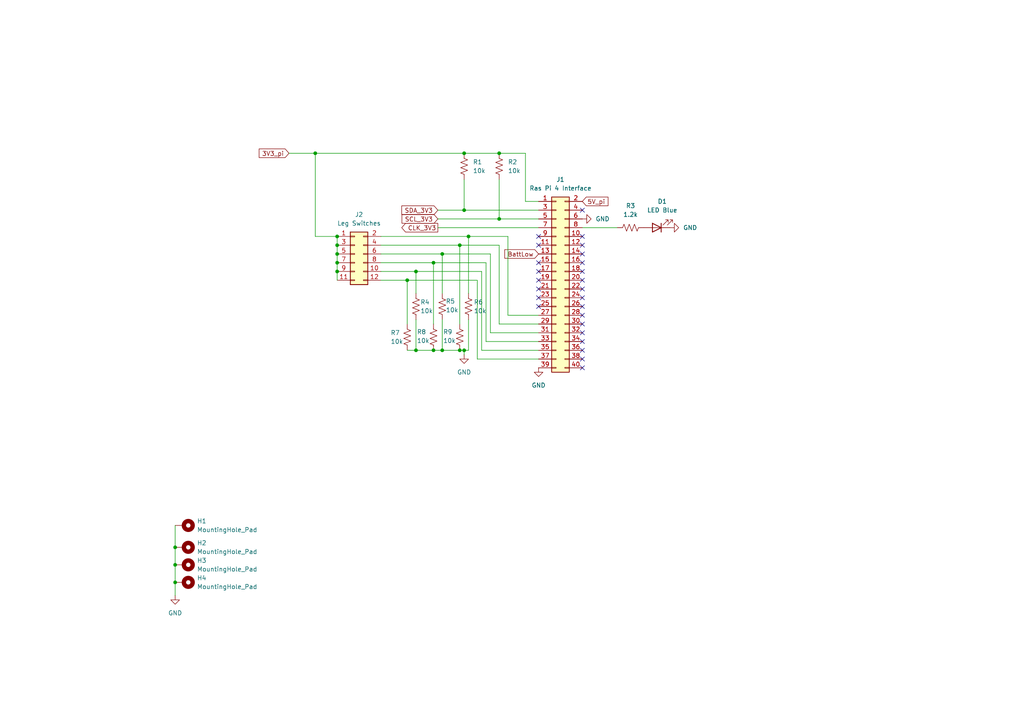
<source format=kicad_sch>
(kicad_sch (version 20231120) (generator "eeschema") (generator_version "8.0")
  (paper "A4")
  (lib_symbols
    (symbol "Connector_Generic:Conn_02x06_Odd_Even" (pin_names (offset 1.016) hide)
      (property "Reference" "J" (at 1.27 7.62 0))
      (property "Value" "Conn_02x06_Odd_Even" (at 1.27 -10.16 0))
      (symbol "Conn_02x06_Odd_Even_1_1"
        (rectangle (start -1.27 -7.493) (end 0 -7.747) (stroke (width 0.1524)))
        (rectangle (start -1.27 -4.953) (end 0 -5.207) (stroke (width 0.1524)))
        (rectangle (start -1.27 -2.413) (end 0 -2.667) (stroke (width 0.1524)))
        (rectangle (start -1.27 0.127) (end 0 -0.127) (stroke (width 0.1524)))
        (rectangle (start -1.27 2.667) (end 0 2.413) (stroke (width 0.1524)))
        (rectangle (start -1.27 5.207) (end 0 4.953) (stroke (width 0.1524)))
        (rectangle (start -1.27 6.35) (end 3.81 -8.89) (stroke (width 0.254)) (fill (type background)))
        (rectangle (start 3.81 -7.493) (end 2.54 -7.747) (stroke (width 0.1524)))
        (rectangle (start 3.81 -4.953) (end 2.54 -5.207) (stroke (width 0.1524)))
        (rectangle (start 3.81 -2.413) (end 2.54 -2.667) (stroke (width 0.1524)))
        (rectangle (start 3.81 0.127) (end 2.54 -0.127) (stroke (width 0.1524)))
        (rectangle (start 3.81 2.667) (end 2.54 2.413) (stroke (width 0.1524)))
        (rectangle (start 3.81 5.207) (end 2.54 4.953) (stroke (width 0.1524)))
        (pin passive line (at -5.08 5.08 0) (length 3.81) (name "Pin_1") (number "1"))
        (pin passive line (at 7.62 -5.08 180) (length 3.81) (name "Pin_10") (number "10"))
        (pin passive line (at -5.08 -7.62 0) (length 3.81) (name "Pin_11") (number "11"))
        (pin passive line (at 7.62 -7.62 180) (length 3.81) (name "Pin_12") (number "12"))
        (pin passive line (at 7.62 5.08 180) (length 3.81) (name "Pin_2") (number "2"))
        (pin passive line (at -5.08 2.54 0) (length 3.81) (name "Pin_3") (number "3"))
        (pin passive line (at 7.62 2.54 180) (length 3.81) (name "Pin_4") (number "4"))
        (pin passive line (at -5.08 0 0) (length 3.81) (name "Pin_5") (number "5"))
        (pin passive line (at 7.62 0 180) (length 3.81) (name "Pin_6") (number "6"))
        (pin passive line (at -5.08 -2.54 0) (length 3.81) (name "Pin_7") (number "7"))
        (pin passive line (at 7.62 -2.54 180) (length 3.81) (name "Pin_8") (number "8"))
        (pin passive line (at -5.08 -5.08 0) (length 3.81) (name "Pin_9") (number "9"))
      )
    )
    (symbol "Connector_Generic:Conn_02x20_Odd_Even" (pin_names (offset 1.016) hide)
      (property "Reference" "J" (at 1.27 25.4 0))
      (property "Value" "Conn_02x20_Odd_Even" (at 1.27 -27.94 0))
      (symbol "Conn_02x20_Odd_Even_1_1"
        (rectangle (start -1.27 -25.273) (end 0 -25.527) (stroke (width 0.1524)))
        (rectangle (start -1.27 -22.733) (end 0 -22.987) (stroke (width 0.1524)))
        (rectangle (start -1.27 -20.193) (end 0 -20.447) (stroke (width 0.1524)))
        (rectangle (start -1.27 -17.653) (end 0 -17.907) (stroke (width 0.1524)))
        (rectangle (start -1.27 -15.113) (end 0 -15.367) (stroke (width 0.1524)))
        (rectangle (start -1.27 -12.573) (end 0 -12.827) (stroke (width 0.1524)))
        (rectangle (start -1.27 -10.033) (end 0 -10.287) (stroke (width 0.1524)))
        (rectangle (start -1.27 -7.493) (end 0 -7.747) (stroke (width 0.1524)))
        (rectangle (start -1.27 -4.953) (end 0 -5.207) (stroke (width 0.1524)))
        (rectangle (start -1.27 -2.413) (end 0 -2.667) (stroke (width 0.1524)))
        (rectangle (start -1.27 0.127) (end 0 -0.127) (stroke (width 0.1524)))
        (rectangle (start -1.27 2.667) (end 0 2.413) (stroke (width 0.1524)))
        (rectangle (start -1.27 5.207) (end 0 4.953) (stroke (width 0.1524)))
        (rectangle (start -1.27 7.747) (end 0 7.493) (stroke (width 0.1524)))
        (rectangle (start -1.27 10.287) (end 0 10.033) (stroke (width 0.1524)))
        (rectangle (start -1.27 12.827) (end 0 12.573) (stroke (width 0.1524)))
        (rectangle (start -1.27 15.367) (end 0 15.113) (stroke (width 0.1524)))
        (rectangle (start -1.27 17.907) (end 0 17.653) (stroke (width 0.1524)))
        (rectangle (start -1.27 20.447) (end 0 20.193) (stroke (width 0.1524)))
        (rectangle (start -1.27 22.987) (end 0 22.733) (stroke (width 0.1524)))
        (rectangle (start -1.27 24.13) (end 3.81 -26.67) (stroke (width 0.254)) (fill (type background)))
        (rectangle (start 3.81 -25.273) (end 2.54 -25.527) (stroke (width 0.1524)))
        (rectangle (start 3.81 -22.733) (end 2.54 -22.987) (stroke (width 0.1524)))
        (rectangle (start 3.81 -20.193) (end 2.54 -20.447) (stroke (width 0.1524)))
        (rectangle (start 3.81 -17.653) (end 2.54 -17.907) (stroke (width 0.1524)))
        (rectangle (start 3.81 -15.113) (end 2.54 -15.367) (stroke (width 0.1524)))
        (rectangle (start 3.81 -12.573) (end 2.54 -12.827) (stroke (width 0.1524)))
        (rectangle (start 3.81 -10.033) (end 2.54 -10.287) (stroke (width 0.1524)))
        (rectangle (start 3.81 -7.493) (end 2.54 -7.747) (stroke (width 0.1524)))
        (rectangle (start 3.81 -4.953) (end 2.54 -5.207) (stroke (width 0.1524)))
        (rectangle (start 3.81 -2.413) (end 2.54 -2.667) (stroke (width 0.1524)))
        (rectangle (start 3.81 0.127) (end 2.54 -0.127) (stroke (width 0.1524)))
        (rectangle (start 3.81 2.667) (end 2.54 2.413) (stroke (width 0.1524)))
        (rectangle (start 3.81 5.207) (end 2.54 4.953) (stroke (width 0.1524)))
        (rectangle (start 3.81 7.747) (end 2.54 7.493) (stroke (width 0.1524)))
        (rectangle (start 3.81 10.287) (end 2.54 10.033) (stroke (width 0.1524)))
        (rectangle (start 3.81 12.827) (end 2.54 12.573) (stroke (width 0.1524)))
        (rectangle (start 3.81 15.367) (end 2.54 15.113) (stroke (width 0.1524)))
        (rectangle (start 3.81 17.907) (end 2.54 17.653) (stroke (width 0.1524)))
        (rectangle (start 3.81 20.447) (end 2.54 20.193) (stroke (width 0.1524)))
        (rectangle (start 3.81 22.987) (end 2.54 22.733) (stroke (width 0.1524)))
        (pin passive line (at -5.08 22.86 0) (length 3.81) (name "Pin_1") (number "1"))
        (pin passive line (at 7.62 12.7 180) (length 3.81) (name "Pin_10") (number "10"))
        (pin passive line (at -5.08 10.16 0) (length 3.81) (name "Pin_11") (number "11"))
        (pin passive line (at 7.62 10.16 180) (length 3.81) (name "Pin_12") (number "12"))
        (pin passive line (at -5.08 7.62 0) (length 3.81) (name "Pin_13") (number "13"))
        (pin passive line (at 7.62 7.62 180) (length 3.81) (name "Pin_14") (number "14"))
        (pin passive line (at -5.08 5.08 0) (length 3.81) (name "Pin_15") (number "15"))
        (pin passive line (at 7.62 5.08 180) (length 3.81) (name "Pin_16") (number "16"))
        (pin passive line (at -5.08 2.54 0) (length 3.81) (name "Pin_17") (number "17"))
        (pin passive line (at 7.62 2.54 180) (length 3.81) (name "Pin_18") (number "18"))
        (pin passive line (at -5.08 0 0) (length 3.81) (name "Pin_19") (number "19"))
        (pin passive line (at 7.62 22.86 180) (length 3.81) (name "Pin_2") (number "2"))
        (pin passive line (at 7.62 0 180) (length 3.81) (name "Pin_20") (number "20"))
        (pin passive line (at -5.08 -2.54 0) (length 3.81) (name "Pin_21") (number "21"))
        (pin passive line (at 7.62 -2.54 180) (length 3.81) (name "Pin_22") (number "22"))
        (pin passive line (at -5.08 -5.08 0) (length 3.81) (name "Pin_23") (number "23"))
        (pin passive line (at 7.62 -5.08 180) (length 3.81) (name "Pin_24") (number "24"))
        (pin passive line (at -5.08 -7.62 0) (length 3.81) (name "Pin_25") (number "25"))
        (pin passive line (at 7.62 -7.62 180) (length 3.81) (name "Pin_26") (number "26"))
        (pin passive line (at -5.08 -10.16 0) (length 3.81) (name "Pin_27") (number "27"))
        (pin passive line (at 7.62 -10.16 180) (length 3.81) (name "Pin_28") (number "28"))
        (pin passive line (at -5.08 -12.7 0) (length 3.81) (name "Pin_29") (number "29"))
        (pin passive line (at -5.08 20.32 0) (length 3.81) (name "Pin_3") (number "3"))
        (pin passive line (at 7.62 -12.7 180) (length 3.81) (name "Pin_30") (number "30"))
        (pin passive line (at -5.08 -15.24 0) (length 3.81) (name "Pin_31") (number "31"))
        (pin passive line (at 7.62 -15.24 180) (length 3.81) (name "Pin_32") (number "32"))
        (pin passive line (at -5.08 -17.78 0) (length 3.81) (name "Pin_33") (number "33"))
        (pin passive line (at 7.62 -17.78 180) (length 3.81) (name "Pin_34") (number "34"))
        (pin passive line (at -5.08 -20.32 0) (length 3.81) (name "Pin_35") (number "35"))
        (pin passive line (at 7.62 -20.32 180) (length 3.81) (name "Pin_36") (number "36"))
        (pin passive line (at -5.08 -22.86 0) (length 3.81) (name "Pin_37") (number "37"))
        (pin passive line (at 7.62 -22.86 180) (length 3.81) (name "Pin_38") (number "38"))
        (pin passive line (at -5.08 -25.4 0) (length 3.81) (name "Pin_39") (number "39"))
        (pin passive line (at 7.62 20.32 180) (length 3.81) (name "Pin_4") (number "4"))
        (pin passive line (at 7.62 -25.4 180) (length 3.81) (name "Pin_40") (number "40"))
        (pin passive line (at -5.08 17.78 0) (length 3.81) (name "Pin_5") (number "5"))
        (pin passive line (at 7.62 17.78 180) (length 3.81) (name "Pin_6") (number "6"))
        (pin passive line (at -5.08 15.24 0) (length 3.81) (name "Pin_7") (number "7"))
        (pin passive line (at 7.62 15.24 180) (length 3.81) (name "Pin_8") (number "8"))
        (pin passive line (at -5.08 12.7 0) (length 3.81) (name "Pin_9") (number "9"))
      )
    )
    (symbol "Device:LED" (pin_numbers hide) (pin_names (offset 1.016) hide)
      (property "Reference" "D" (at 0 2.54 0))
      (property "Value" "LED" (at 0 -2.54 0))
      (symbol "LED_0_1"
        (polyline (pts (xy -1.27 -1.27) (xy -1.27 1.27)) (stroke (width 0.254)))
        (polyline (pts (xy -1.27 0) (xy 1.27 0)))
        (polyline (pts (xy 1.27 -1.27) (xy 1.27 1.27) (xy -1.27 0) (xy 1.27 -1.27)) (stroke (width 0.254)))
        (polyline (pts (xy -3.048 -0.762) (xy -4.572 -2.286) (xy -3.81 -2.286) (xy -4.572 -2.286) (xy -4.572 -1.524)))
        (polyline (pts (xy -1.778 -0.762) (xy -3.302 -2.286) (xy -2.54 -2.286) (xy -3.302 -2.286) (xy -3.302 -1.524)))
      )
      (symbol "LED_1_1"
        (pin passive line (at -3.81 0 0) (length 2.54) (name "K") (number "1"))
        (pin passive line (at 3.81 0 180) (length 2.54) (name "A") (number "2"))
      )
    )
    (symbol "Device:R_US" (pin_numbers hide) (pin_names (offset 0))
      (property "Reference" "R" (at 2.54 0 90))
      (property "Value" "R_US" (at -2.54 0 90))
      (symbol "R_US_0_1"
        (polyline (pts (xy 0 -2.286) (xy 0 -2.54)))
        (polyline (pts (xy 0 2.286) (xy 0 2.54)))
        (polyline (pts (xy 0 -0.762) (xy 1.016 -1.143) (xy 0 -1.524) (xy -1.016 -1.905) (xy 0 -2.286)))
        (polyline (pts (xy 0 0.762) (xy 1.016 0.381) (xy 0 0) (xy -1.016 -0.381) (xy 0 -0.762)))
        (polyline (pts (xy 0 2.286) (xy 1.016 1.905) (xy 0 1.524) (xy -1.016 1.143) (xy 0 0.762)))
      )
      (symbol "R_US_1_1"
        (pin passive line (at 0 3.81 270) (length 1.27) (name "~") (number "1"))
        (pin passive line (at 0 -3.81 90) (length 1.27) (name "~") (number "2"))
      )
    )
    (symbol "GND_1" (power) (pin_numbers hide) (pin_names (offset 0) hide)
      (property "Value" "GND" (at 0 -3.81 0))
      (symbol "GND_1_0_1"
        (polyline (pts (xy 0 0) (xy 0 -1.27) (xy 1.27 -1.27) (xy 0 -2.54) (xy -1.27 -1.27) (xy 0 -1.27)))
      )
      (symbol "GND_1_1_1"
        (pin power_in line (at 0 0 270) (length 0) (name "~") (number "1"))
      )
    )
    (symbol "GND_2" (power) (pin_numbers hide) (pin_names (offset 0) hide)
      (property "Value" "GND" (at 0 -3.81 0))
      (symbol "GND_2_0_1"
        (polyline (pts (xy 0 0) (xy 0 -1.27) (xy 1.27 -1.27) (xy 0 -2.54) (xy -1.27 -1.27) (xy 0 -1.27)))
      )
      (symbol "GND_2_1_1"
        (pin power_in line (at 0 0 270) (length 0) (name "~") (number "1"))
      )
    )
    (symbol "GND_3" (power) (pin_numbers hide) (pin_names (offset 0) hide)
      (property "Value" "GND" (at 0 -3.81 0))
      (symbol "GND_3_0_1"
        (polyline (pts (xy 0 0) (xy 0 -1.27) (xy 1.27 -1.27) (xy 0 -2.54) (xy -1.27 -1.27) (xy 0 -1.27)))
      )
      (symbol "GND_3_1_1"
        (pin power_in line (at 0 0 270) (length 0) (name "~") (number "1"))
      )
    )
    (symbol "GND_4" (power) (pin_numbers hide) (pin_names (offset 0) hide)
      (property "Value" "GND" (at 0 -3.81 0))
      (symbol "GND_4_0_1"
        (polyline (pts (xy 0 0) (xy 0 -1.27) (xy 1.27 -1.27) (xy 0 -2.54) (xy -1.27 -1.27) (xy 0 -1.27)))
      )
      (symbol "GND_4_1_1"
        (pin power_in line (at 0 0 270) (length 0) (name "~") (number "1"))
      )
    )
    (symbol "Mechanical:MountingHole_Pad" (pin_numbers hide) (pin_names (offset 1.016) hide) (exclude_from_sim yes) (in_bom no)
      (property "Reference" "H" (at 0 6.35 0))
      (property "Value" "MountingHole_Pad" (at 0 4.445 0))
      (symbol "MountingHole_Pad_0_1"
        (circle (center 0 1.27) (radius 1.27) (stroke (width 1.27)))
      )
      (symbol "MountingHole_Pad_1_1"
        (pin input line (at 0 -2.54 90) (length 2.54) (name "1") (number "1"))
      )
    )
    (symbol "power:GND" (power) (pin_names (offset 0))
      (property "Value" "GND" (at 0 -3.81 0))
      (symbol "GND_0_1"
        (polyline (pts (xy 0 0) (xy 0 -1.27) (xy 1.27 -1.27) (xy 0 -2.54) (xy -1.27 -1.27) (xy 0 -1.27)))
      )
      (symbol "GND_1_1"
        (pin power_in line (at 0 0 270) (length 0) hide (name "GND") (number "1"))
      )
    )
  )
  (junction (at 91.44 44.45))
  (junction (at 128.27 101.6))
  (junction (at 144.78 63.5))
  (junction (at 97.79 71.12))
  (junction (at 134.62 44.45))
  (junction (at 50.8 158.75))
  (junction (at 50.8 163.83))
  (junction (at 135.89 68.58))
  (junction (at 120.65 78.74))
  (junction (at 133.35 101.6))
  (junction (at 133.35 71.12))
  (junction (at 97.79 76.2))
  (junction (at 97.79 78.74))
  (junction (at 128.27 73.66))
  (junction (at 97.79 68.58))
  (junction (at 50.8 168.91))
  (junction (at 97.79 73.66))
  (junction (at 118.11 81.28))
  (junction (at 134.62 101.6))
  (junction (at 134.62 60.96))
  (junction (at 144.78 44.45))
  (junction (at 125.73 76.2))
  (junction (at 120.65 101.6))
  (junction (at 125.73 101.6))
  (no_connect (at 168.91 88.9))
  (no_connect (at 168.91 93.98))
  (no_connect (at 168.91 86.36))
  (no_connect (at 168.91 101.6))
  (no_connect (at 168.91 73.66))
  (no_connect (at 168.91 78.74))
  (no_connect (at 156.21 76.2))
  (no_connect (at 156.21 68.58))
  (no_connect (at 168.91 91.44))
  (no_connect (at 156.21 88.9))
  (no_connect (at 156.21 86.36))
  (no_connect (at 168.91 83.82))
  (no_connect (at 156.21 71.12))
  (no_connect (at 156.21 78.74))
  (no_connect (at 168.91 104.14))
  (no_connect (at 168.91 71.12))
  (no_connect (at 168.91 60.96))
  (no_connect (at 168.91 99.06))
  (no_connect (at 168.91 76.2))
  (no_connect (at 168.91 68.58))
  (no_connect (at 156.21 83.82))
  (no_connect (at 168.91 96.52))
  (no_connect (at 168.91 106.68))
  (no_connect (at 156.21 81.28))
  (no_connect (at 168.91 81.28))
  (wire (pts (xy 152.4 58.42) (xy 156.21 58.42)))
  (wire (pts (xy 128.27 92.71) (xy 128.27 101.6)))
  (wire (pts (xy 127 60.96) (xy 134.62 60.96)))
  (wire (pts (xy 120.65 92.71) (xy 120.65 101.6)))
  (wire (pts (xy 144.78 71.12) (xy 144.78 93.98)))
  (wire (pts (xy 110.49 71.12) (xy 133.35 71.12)))
  (wire (pts (xy 120.65 101.6) (xy 125.73 101.6)))
  (wire (pts (xy 134.62 60.96) (xy 156.21 60.96)))
  (wire (pts (xy 147.32 68.58) (xy 147.32 91.44)))
  (wire (pts (xy 110.49 68.58) (xy 135.89 68.58)))
  (wire (pts (xy 134.62 44.45) (xy 144.78 44.45)))
  (wire (pts (xy 128.27 73.66) (xy 142.24 73.66)))
  (wire (pts (xy 110.49 76.2) (xy 125.73 76.2)))
  (wire (pts (xy 140.97 99.06) (xy 156.21 99.06)))
  (wire (pts (xy 139.7 78.74) (xy 139.7 101.6)))
  (wire (pts (xy 144.78 63.5) (xy 156.21 63.5)))
  (wire (pts (xy 118.11 81.28) (xy 118.11 93.98)))
  (wire (pts (xy 127 66.04) (xy 156.21 66.04)))
  (wire (pts (xy 97.79 71.12) (xy 97.79 73.66)))
  (wire (pts (xy 110.49 73.66) (xy 128.27 73.66)))
  (wire (pts (xy 135.89 92.71) (xy 135.89 101.6)))
  (wire (pts (xy 110.49 78.74) (xy 120.65 78.74)))
  (wire (pts (xy 110.49 81.28) (xy 118.11 81.28)))
  (wire (pts (xy 118.11 81.28) (xy 138.43 81.28)))
  (wire (pts (xy 125.73 101.6) (xy 128.27 101.6)))
  (wire (pts (xy 152.4 44.45) (xy 152.4 58.42)))
  (wire (pts (xy 127 63.5) (xy 144.78 63.5)))
  (wire (pts (xy 97.79 68.58) (xy 97.79 71.12)))
  (wire (pts (xy 168.91 66.04) (xy 179.07 66.04)))
  (wire (pts (xy 144.78 93.98) (xy 156.21 93.98)))
  (wire (pts (xy 140.97 76.2) (xy 140.97 99.06)))
  (wire (pts (xy 139.7 101.6) (xy 156.21 101.6)))
  (wire (pts (xy 128.27 101.6) (xy 133.35 101.6)))
  (wire (pts (xy 142.24 96.52) (xy 156.21 96.52)))
  (wire (pts (xy 135.89 68.58) (xy 147.32 68.58)))
  (wire (pts (xy 134.62 52.07) (xy 134.62 60.96)))
  (wire (pts (xy 97.79 76.2) (xy 97.79 78.74)))
  (wire (pts (xy 125.73 76.2) (xy 140.97 76.2)))
  (wire (pts (xy 50.8 163.83) (xy 50.8 168.91)))
  (wire (pts (xy 91.44 68.58) (xy 91.44 44.45)))
  (wire (pts (xy 142.24 73.66) (xy 142.24 96.52)))
  (wire (pts (xy 144.78 44.45) (xy 152.4 44.45)))
  (wire (pts (xy 133.35 71.12) (xy 133.35 93.98)))
  (wire (pts (xy 50.8 152.4) (xy 50.8 158.75)))
  (wire (pts (xy 135.89 85.09) (xy 135.89 68.58)))
  (wire (pts (xy 144.78 52.07) (xy 144.78 63.5)))
  (wire (pts (xy 147.32 91.44) (xy 156.21 91.44)))
  (wire (pts (xy 97.79 78.74) (xy 97.79 81.28)))
  (wire (pts (xy 120.65 78.74) (xy 139.7 78.74)))
  (wire (pts (xy 134.62 101.6) (xy 134.62 102.87)))
  (wire (pts (xy 83.82 44.45) (xy 91.44 44.45)))
  (wire (pts (xy 118.11 101.6) (xy 120.65 101.6)))
  (wire (pts (xy 125.73 93.98) (xy 125.73 76.2)))
  (wire (pts (xy 156.21 104.14) (xy 138.43 104.14)))
  (wire (pts (xy 135.89 101.6) (xy 134.62 101.6)))
  (wire (pts (xy 133.35 101.6) (xy 134.62 101.6)))
  (wire (pts (xy 138.43 81.28) (xy 138.43 104.14)))
  (wire (pts (xy 97.79 73.66) (xy 97.79 76.2)))
  (wire (pts (xy 120.65 78.74) (xy 120.65 85.09)))
  (wire (pts (xy 50.8 168.91) (xy 50.8 172.72)))
  (wire (pts (xy 133.35 71.12) (xy 144.78 71.12)))
  (wire (pts (xy 91.44 44.45) (xy 134.62 44.45)))
  (wire (pts (xy 128.27 73.66) (xy 128.27 85.09)))
  (wire (pts (xy 50.8 158.75) (xy 50.8 163.83)))
  (wire (pts (xy 97.79 68.58) (xy 91.44 68.58)))
  (global_label "SDA_3V3" (shape input) (at 127 60.96 180) (property "Intersheetrefs" "${INTERSHEET_REFS}" (effects (hide yes))))
  (global_label "3V3_pi" (shape input) (at 83.82 44.45 180) (property "Intersheetrefs" "${INTERSHEET_REFS}" (effects (hide yes))))
  (global_label "5V_pi" (shape input) (at 168.91 58.42 0) (property "Intersheetrefs" "${INTERSHEET_REFS}" (effects (hide yes))))
  (global_label "CLK_3V3" (shape output) (at 127 66.04 180) (property "Intersheetrefs" "${INTERSHEET_REFS}" (effects (hide yes))))
  (global_label "BattLow" (shape input) (at 156.21 73.66 180) (property "Intersheetrefs" "${INTERSHEET_REFS}" (effects (hide yes))))
  (global_label "SCL_3V3" (shape input) (at 127 63.5 180) (property "Intersheetrefs" "${INTERSHEET_REFS}" (effects (hide yes))))
  (symbol (lib_id "power:GND") (at 168.91 63.5 90) (unit 1)
    (property "Reference" "#PWR01" (effects (hide yes)))
    (property "Value" "GND" (at 172.72 63.5 90) (effects (justify right)))
  )
  (symbol (lib_name "GND_4") (lib_id "power:GND") (at 156.21 106.68 0) (unit 1)
    (property "Reference" "#PWR053" (effects (hide yes)))
    (property "Value" "GND" (at 156.21 111.76 0))
    (property "Description" "Power symbol creates a global label with name \"GND\" , ground" (effects (hide yes)))
  )
  (symbol (lib_id "Connector_Generic:Conn_02x20_Odd_Even") (at 161.29 81.28 0) (unit 1)
    (property "Reference" "J1" (at 162.56 52.07 0))
    (property "Value" "Ras Pi 4 Interface" (at 162.56 54.61 0))
    (property "Footprint" "Connector_PinSocket_2.54mm:PinSocket_2x20_P2.54mm_Vertical" (effects (hide yes)))
    (property "Link" "https://www.digikey.com/en/products/detail/sparkfun-electronics/PRT-16764/12686344" (effects (hide yes)))
  )
  (symbol (lib_id "Mechanical:MountingHole_Pad") (at 53.34 152.4 270) (unit 1) (exclude_from_sim yes) (in_bom no)
    (property "Reference" "H1" (at 57.15 151.1299 90) (effects (justify left)))
    (property "Value" "MountingHole_Pad" (at 57.15 153.6699 90) (effects (justify left)))
    (property "Footprint" "Spiderbot:MountingHole_2.5mm_Pad_TopBottom" (effects (hide yes)))
    (property "Description" "Mounting Hole with connection" (effects (hide yes)))
  )
  (symbol (lib_id "Device:R_US") (at 128.27 88.9 0) (unit 1)
    (property "Reference" "R5" (at 129.286 87.376 0) (effects (justify left)))
    (property "Value" "10k" (at 129.286 89.916 0) (effects (justify left)))
    (property "Footprint" "Resistor_SMD:R_0603_1608Metric_Pad0.98x0.95mm_HandSolder" (effects (hide yes)))
    (property "Description" "Resistor, US symbol" (effects (hide yes)))
  )
  (symbol (lib_id "Device:R_US") (at 120.65 88.9 0) (unit 1)
    (property "Reference" "R4" (at 121.92 87.63 0) (effects (justify left)))
    (property "Value" "10k" (at 121.92 90.17 0) (effects (justify left)))
    (property "Footprint" "Resistor_SMD:R_0603_1608Metric_Pad0.98x0.95mm_HandSolder" (effects (hide yes)))
    (property "Description" "Resistor, US symbol" (effects (hide yes)))
  )
  (symbol (lib_name "GND_1") (lib_id "power:GND") (at 194.31 66.04 90) (unit 1)
    (property "Reference" "#PWR02" (effects (hide yes)))
    (property "Value" "GND" (at 198.12 66.0399 90) (effects (justify right)))
    (property "Description" "Power symbol creates a global label with name \"GND\" , ground" (effects (hide yes)))
  )
  (symbol (lib_id "Mechanical:MountingHole_Pad") (at 53.34 163.83 270) (unit 1) (exclude_from_sim yes) (in_bom no)
    (property "Reference" "H3" (at 57.15 162.5599 90) (effects (justify left)))
    (property "Value" "MountingHole_Pad" (at 57.15 165.0999 90) (effects (justify left)))
    (property "Footprint" "Spiderbot:MountingHole_2.5mm_Pad_TopBottom" (effects (hide yes)))
    (property "Description" "Mounting Hole with connection" (effects (hide yes)))
  )
  (symbol (lib_id "Device:R_US") (at 133.35 97.79 0) (unit 1)
    (property "Reference" "R9" (at 128.524 96.266 0) (effects (justify left)))
    (property "Value" "10k" (at 128.524 98.806 0) (effects (justify left)))
    (property "Footprint" "Resistor_SMD:R_0603_1608Metric_Pad0.98x0.95mm_HandSolder" (effects (hide yes)))
    (property "Description" "Resistor, US symbol" (effects (hide yes)))
  )
  (symbol (lib_id "Connector_Generic:Conn_02x06_Odd_Even") (at 102.87 73.66 0) (unit 1)
    (property "Reference" "J2" (at 104.14 62.23 0))
    (property "Value" "Leg Switches" (at 104.14 64.77 0))
    (property "Footprint" "Connector_PinSocket_2.54mm:PinSocket_2x06_P2.54mm_Vertical" (effects (hide yes)))
    (property "Description" "Generic connector, double row, 02x06, odd/even pin numbering scheme (row 1 odd numbers, row 2 even numbers), script generated (kicad-library-utils/schlib/autogen/connector/)" (effects (hide yes)))
  )
  (symbol (lib_id "Device:LED") (at 190.5 66.04 180) (unit 1)
    (property "Reference" "D1" (at 192.0875 58.42 0))
    (property "Value" "LED Blue" (at 192.0875 60.96 0))
    (property "Footprint" "LED_SMD:LED_0603_1608Metric_Pad1.05x0.95mm_HandSolder" (effects (hide yes)))
    (property "Description" "Light emitting diode" (effects (hide yes)))
    (property "Link" "https://www.digikey.com/en/products/detail/sunled/XZCFBB53W-8VF/10449774" (effects (hide yes)))
  )
  (symbol (lib_id "Mechanical:MountingHole_Pad") (at 53.34 168.91 270) (unit 1) (exclude_from_sim yes) (in_bom no)
    (property "Reference" "H4" (at 57.15 167.6399 90) (effects (justify left)))
    (property "Value" "MountingHole_Pad" (at 57.15 170.1799 90) (effects (justify left)))
    (property "Footprint" "Spiderbot:MountingHole_2.5mm_Pad_TopBottom" (effects (hide yes)))
    (property "Description" "Mounting Hole with connection" (effects (hide yes)))
  )
  (symbol (lib_id "Device:R_US") (at 118.11 97.79 0) (unit 1)
    (property "Reference" "R7" (at 113.284 96.52 0) (effects (justify left)))
    (property "Value" "10k" (at 113.284 99.06 0) (effects (justify left)))
    (property "Footprint" "Resistor_SMD:R_0603_1608Metric_Pad0.98x0.95mm_HandSolder" (effects (hide yes)))
    (property "Description" "Resistor, US symbol" (effects (hide yes)))
  )
  (symbol (lib_id "Device:R_US") (at 134.62 48.26 0) (unit 1)
    (property "Reference" "R1" (at 137.16 46.9899 0) (effects (justify left)))
    (property "Value" "10k" (at 137.16 49.5299 0) (effects (justify left)))
    (property "Footprint" "Resistor_SMD:R_0603_1608Metric_Pad0.98x0.95mm_HandSolder" (effects (hide yes)))
    (property "Description" "Resistor, US symbol" (effects (hide yes)))
  )
  (symbol (lib_id "Device:R_US") (at 125.73 97.79 0) (unit 1)
    (property "Reference" "R8" (at 120.904 96.266 0) (effects (justify left)))
    (property "Value" "10k" (at 120.904 98.806 0) (effects (justify left)))
    (property "Footprint" "Resistor_SMD:R_0603_1608Metric_Pad0.98x0.95mm_HandSolder" (effects (hide yes)))
    (property "Description" "Resistor, US symbol" (effects (hide yes)))
  )
  (symbol (lib_id "Mechanical:MountingHole_Pad") (at 53.34 158.75 270) (unit 1) (exclude_from_sim yes) (in_bom no)
    (property "Reference" "H2" (at 57.15 157.4799 90) (effects (justify left)))
    (property "Value" "MountingHole_Pad" (at 57.15 160.0199 90) (effects (justify left)))
    (property "Footprint" "Spiderbot:MountingHole_2.5mm_Pad_TopBottom" (effects (hide yes)))
    (property "Description" "Mounting Hole with connection" (effects (hide yes)))
  )
  (symbol (lib_id "Device:R_US") (at 135.89 88.9 0) (unit 1)
    (property "Reference" "R6" (at 137.414 87.63 0) (effects (justify left)))
    (property "Value" "10k" (at 137.414 90.17 0) (effects (justify left)))
    (property "Footprint" "Resistor_SMD:R_0603_1608Metric_Pad0.98x0.95mm_HandSolder" (effects (hide yes)))
    (property "Description" "Resistor, US symbol" (effects (hide yes)))
  )
  (symbol (lib_name "GND_2") (lib_id "power:GND") (at 134.62 102.87 0) (unit 1)
    (property "Reference" "#PWR03" (effects (hide yes)))
    (property "Value" "GND" (at 134.62 107.95 0))
    (property "Description" "Power symbol creates a global label with name \"GND\" , ground" (effects (hide yes)))
  )
  (symbol (lib_id "Device:R_US") (at 182.88 66.04 270) (unit 1)
    (property "Reference" "R3" (at 182.88 59.69 90))
    (property "Value" "1.2k" (at 182.88 62.23 90))
    (property "Footprint" "Resistor_SMD:R_0603_1608Metric_Pad0.98x0.95mm_HandSolder" (effects (hide yes)))
    (property "Description" "Resistor, US symbol" (effects (hide yes)))
  )
  (symbol (lib_id "Device:R_US") (at 144.78 48.26 0) (unit 1)
    (property "Reference" "R2" (at 147.32 46.9899 0) (effects (justify left)))
    (property "Value" "10k" (at 147.32 49.5299 0) (effects (justify left)))
    (property "Footprint" "Resistor_SMD:R_0603_1608Metric_Pad0.98x0.95mm_HandSolder" (effects (hide yes)))
    (property "Description" "Resistor, US symbol" (effects (hide yes)))
  )
  (symbol (lib_name "GND_3") (lib_id "power:GND") (at 50.8 172.72 0) (unit 1)
    (property "Reference" "#PWR04" (effects (hide yes)))
    (property "Value" "GND" (at 50.8 177.8 0))
    (property "Description" "Power symbol creates a global label with name \"GND\" , ground" (effects (hide yes)))
  )
  (sheet (at 341.63 0) (size 238.76 199.39) (stroke (width 0.1524))
    (property "Sheetname" "power_monitor" (at 341.63 -0.7116 0) (effects (justify left bottom)))
    (property "Sheetfile" "spower_monitor.kicad_sch" (at 341.63 199.9746 0) (effects (justify left top)))
  )
  (sheet (at 1.27 421.64) (size 288.29 163.83) (stroke (width 0.1524))
    (property "Sheetname" "power_converters" (at 1.27 420.9284 0) (effects (justify left bottom)))
    (property "Sheetfile" "power_converters.kicad_sch" (at 1.27 586.0546 0) (effects (justify left top)))
  )
  (sheet (at -1.27 224.79) (size 299.72 166.37) (stroke (width 0.1524))
    (property "Sheetname" "servo_control" (at -1.27 224.0784 0) (effects (justify left bottom)))
    (property "Sheetfile" "servo_control.kicad_sch" (at -1.27 391.7446 0) (effects (justify left top)))
  )
  (sheet (at 339.09 226.06) (size 242.57 173.99) (stroke (width 0.1524))
    (property "Sheetname" "imu" (at 339.09 225.3484 0) (effects (justify left bottom)))
    (property "Sheetfile" "imu.kicad_sch" (at 339.09 400.6346 0) (effects (justify left top)))
  )
)
</source>
